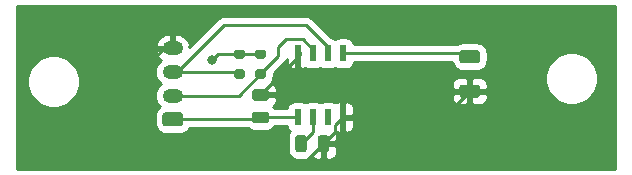
<source format=gbr>
%TF.GenerationSoftware,KiCad,Pcbnew,(5.1.9-0-10_14)*%
%TF.CreationDate,2021-07-31T12:38:44+08:00*%
%TF.ProjectId,Encoder,456e636f-6465-4722-9e6b-696361645f70,rev?*%
%TF.SameCoordinates,Original*%
%TF.FileFunction,Copper,L1,Top*%
%TF.FilePolarity,Positive*%
%FSLAX46Y46*%
G04 Gerber Fmt 4.6, Leading zero omitted, Abs format (unit mm)*
G04 Created by KiCad (PCBNEW (5.1.9-0-10_14)) date 2021-07-31 12:38:44*
%MOMM*%
%LPD*%
G01*
G04 APERTURE LIST*
%TA.AperFunction,SMDPad,CuDef*%
%ADD10R,0.600000X1.400000*%
%TD*%
%TA.AperFunction,ComponentPad*%
%ADD11O,1.750000X1.200000*%
%TD*%
%TA.AperFunction,ViaPad*%
%ADD12C,0.800000*%
%TD*%
%TA.AperFunction,Conductor*%
%ADD13C,0.250000*%
%TD*%
%TA.AperFunction,Conductor*%
%ADD14C,0.254000*%
%TD*%
%TA.AperFunction,Conductor*%
%ADD15C,0.100000*%
%TD*%
G04 APERTURE END LIST*
%TO.P,R3,2*%
%TO.N,SDA*%
%TA.AperFunction,SMDPad,CuDef*%
G36*
G01*
X133583000Y-107676000D02*
X134133000Y-107676000D01*
G75*
G02*
X134333000Y-107876000I0J-200000D01*
G01*
X134333000Y-108276000D01*
G75*
G02*
X134133000Y-108476000I-200000J0D01*
G01*
X133583000Y-108476000D01*
G75*
G02*
X133383000Y-108276000I0J200000D01*
G01*
X133383000Y-107876000D01*
G75*
G02*
X133583000Y-107676000I200000J0D01*
G01*
G37*
%TD.AperFunction*%
%TO.P,R3,1*%
%TO.N,+5V*%
%TA.AperFunction,SMDPad,CuDef*%
G36*
G01*
X133583000Y-106026000D02*
X134133000Y-106026000D01*
G75*
G02*
X134333000Y-106226000I0J-200000D01*
G01*
X134333000Y-106626000D01*
G75*
G02*
X134133000Y-106826000I-200000J0D01*
G01*
X133583000Y-106826000D01*
G75*
G02*
X133383000Y-106626000I0J200000D01*
G01*
X133383000Y-106226000D01*
G75*
G02*
X133583000Y-106026000I200000J0D01*
G01*
G37*
%TD.AperFunction*%
%TD*%
%TO.P,R2,2*%
%TO.N,SCL*%
%TA.AperFunction,SMDPad,CuDef*%
G36*
G01*
X135361000Y-107677000D02*
X135911000Y-107677000D01*
G75*
G02*
X136111000Y-107877000I0J-200000D01*
G01*
X136111000Y-108277000D01*
G75*
G02*
X135911000Y-108477000I-200000J0D01*
G01*
X135361000Y-108477000D01*
G75*
G02*
X135161000Y-108277000I0J200000D01*
G01*
X135161000Y-107877000D01*
G75*
G02*
X135361000Y-107677000I200000J0D01*
G01*
G37*
%TD.AperFunction*%
%TO.P,R2,1*%
%TO.N,+5V*%
%TA.AperFunction,SMDPad,CuDef*%
G36*
G01*
X135361000Y-106027000D02*
X135911000Y-106027000D01*
G75*
G02*
X136111000Y-106227000I0J-200000D01*
G01*
X136111000Y-106627000D01*
G75*
G02*
X135911000Y-106827000I-200000J0D01*
G01*
X135361000Y-106827000D01*
G75*
G02*
X135161000Y-106627000I0J200000D01*
G01*
X135161000Y-106227000D01*
G75*
G02*
X135361000Y-106027000I200000J0D01*
G01*
G37*
%TD.AperFunction*%
%TD*%
%TO.P,C2,2*%
%TO.N,GND*%
%TA.AperFunction,SMDPad,CuDef*%
G36*
G01*
X140467500Y-114457500D02*
X140467500Y-113507500D01*
G75*
G02*
X140717500Y-113257500I250000J0D01*
G01*
X141217500Y-113257500D01*
G75*
G02*
X141467500Y-113507500I0J-250000D01*
G01*
X141467500Y-114457500D01*
G75*
G02*
X141217500Y-114707500I-250000J0D01*
G01*
X140717500Y-114707500D01*
G75*
G02*
X140467500Y-114457500I0J250000D01*
G01*
G37*
%TD.AperFunction*%
%TO.P,C2,1*%
%TO.N,Net-(C2-Pad1)*%
%TA.AperFunction,SMDPad,CuDef*%
G36*
G01*
X138567500Y-114457500D02*
X138567500Y-113507500D01*
G75*
G02*
X138817500Y-113257500I250000J0D01*
G01*
X139317500Y-113257500D01*
G75*
G02*
X139567500Y-113507500I0J-250000D01*
G01*
X139567500Y-114457500D01*
G75*
G02*
X139317500Y-114707500I-250000J0D01*
G01*
X138817500Y-114707500D01*
G75*
G02*
X138567500Y-114457500I0J250000D01*
G01*
G37*
%TD.AperFunction*%
%TD*%
D10*
%TO.P,U1,8*%
%TO.N,GND*%
X138811000Y-106329500D03*
%TO.P,U1,7*%
%TO.N,SCL*%
X140081000Y-106329500D03*
%TO.P,U1,6*%
%TO.N,SDA*%
X141351000Y-106329500D03*
%TO.P,U1,5*%
%TO.N,Net-(R1-Pad1)*%
X142621000Y-106329500D03*
%TO.P,U1,4*%
%TO.N,GND*%
X142621000Y-111729500D03*
%TO.P,U1,3*%
%TO.N,N/C*%
X141351000Y-111729500D03*
%TO.P,U1,2*%
%TO.N,Net-(C2-Pad1)*%
X140081000Y-111729500D03*
%TO.P,U1,1*%
%TO.N,+5V*%
X138811000Y-111729500D03*
%TD*%
%TO.P,R1,2*%
%TO.N,GND*%
%TA.AperFunction,SMDPad,CuDef*%
G36*
G01*
X152727498Y-108979000D02*
X153977502Y-108979000D01*
G75*
G02*
X154227500Y-109228998I0J-249998D01*
G01*
X154227500Y-109854002D01*
G75*
G02*
X153977502Y-110104000I-249998J0D01*
G01*
X152727498Y-110104000D01*
G75*
G02*
X152477500Y-109854002I0J249998D01*
G01*
X152477500Y-109228998D01*
G75*
G02*
X152727498Y-108979000I249998J0D01*
G01*
G37*
%TD.AperFunction*%
%TO.P,R1,1*%
%TO.N,Net-(R1-Pad1)*%
%TA.AperFunction,SMDPad,CuDef*%
G36*
G01*
X152727498Y-106054000D02*
X153977502Y-106054000D01*
G75*
G02*
X154227500Y-106303998I0J-249998D01*
G01*
X154227500Y-106929002D01*
G75*
G02*
X153977502Y-107179000I-249998J0D01*
G01*
X152727498Y-107179000D01*
G75*
G02*
X152477500Y-106929002I0J249998D01*
G01*
X152477500Y-106303998D01*
G75*
G02*
X152727498Y-106054000I249998J0D01*
G01*
G37*
%TD.AperFunction*%
%TD*%
D11*
%TO.P,J1,4*%
%TO.N,GND*%
X128206500Y-105918000D03*
%TO.P,J1,3*%
%TO.N,SDA*%
X128206500Y-107918000D03*
%TO.P,J1,2*%
%TO.N,SCL*%
X128206500Y-109918000D03*
%TO.P,J1,1*%
%TO.N,+5V*%
%TA.AperFunction,ComponentPad*%
G36*
G01*
X128831501Y-112518000D02*
X127581499Y-112518000D01*
G75*
G02*
X127331500Y-112268001I0J249999D01*
G01*
X127331500Y-111567999D01*
G75*
G02*
X127581499Y-111318000I249999J0D01*
G01*
X128831501Y-111318000D01*
G75*
G02*
X129081500Y-111567999I0J-249999D01*
G01*
X129081500Y-112268001D01*
G75*
G02*
X128831501Y-112518000I-249999J0D01*
G01*
G37*
%TD.AperFunction*%
%TD*%
%TO.P,C1,2*%
%TO.N,GND*%
%TA.AperFunction,SMDPad,CuDef*%
G36*
G01*
X136111000Y-110360000D02*
X135161000Y-110360000D01*
G75*
G02*
X134911000Y-110110000I0J250000D01*
G01*
X134911000Y-109610000D01*
G75*
G02*
X135161000Y-109360000I250000J0D01*
G01*
X136111000Y-109360000D01*
G75*
G02*
X136361000Y-109610000I0J-250000D01*
G01*
X136361000Y-110110000D01*
G75*
G02*
X136111000Y-110360000I-250000J0D01*
G01*
G37*
%TD.AperFunction*%
%TO.P,C1,1*%
%TO.N,+5V*%
%TA.AperFunction,SMDPad,CuDef*%
G36*
G01*
X136111000Y-112260000D02*
X135161000Y-112260000D01*
G75*
G02*
X134911000Y-112010000I0J250000D01*
G01*
X134911000Y-111510000D01*
G75*
G02*
X135161000Y-111260000I250000J0D01*
G01*
X136111000Y-111260000D01*
G75*
G02*
X136361000Y-111510000I0J-250000D01*
G01*
X136361000Y-112010000D01*
G75*
G02*
X136111000Y-112260000I-250000J0D01*
G01*
G37*
%TD.AperFunction*%
%TD*%
D12*
%TO.N,+5V*%
X131572000Y-106934000D03*
%TD*%
D13*
%TO.N,GND*%
X140967500Y-113982500D02*
X141986000Y-112964000D01*
X128206500Y-105918000D02*
X127508000Y-105918000D01*
X127508000Y-105918000D02*
X125857000Y-107569000D01*
X125857000Y-107569000D02*
X125857000Y-113157000D01*
X125857000Y-113157000D02*
X128524000Y-115824000D01*
X139126000Y-115824000D02*
X140967500Y-113982500D01*
X128524000Y-115824000D02*
X139126000Y-115824000D01*
X138811000Y-106685000D02*
X138811000Y-106329500D01*
X135636000Y-109860000D02*
X138811000Y-106685000D01*
X141986000Y-112364500D02*
X142621000Y-111729500D01*
X141986000Y-112964000D02*
X141986000Y-112364500D01*
X151164500Y-111729500D02*
X151195500Y-111698500D01*
X142621000Y-111729500D02*
X151164500Y-111729500D01*
X151195500Y-111698500D02*
X153352500Y-109541500D01*
%TO.N,+5V*%
X135636000Y-106427000D02*
X135636000Y-106172000D01*
X135635000Y-106426000D02*
X135636000Y-106427000D01*
X133858000Y-106426000D02*
X135635000Y-106426000D01*
X135478000Y-111918000D02*
X135636000Y-111760000D01*
X128206500Y-111918000D02*
X135478000Y-111918000D01*
X138145500Y-111760000D02*
X138176000Y-111729500D01*
X135636000Y-111760000D02*
X138145500Y-111760000D01*
X132080000Y-106426000D02*
X131572000Y-106934000D01*
X133858000Y-106426000D02*
X132080000Y-106426000D01*
X138780500Y-111760000D02*
X138811000Y-111729500D01*
X138145500Y-111760000D02*
X138780500Y-111760000D01*
%TO.N,SDA*%
X128206500Y-107918000D02*
X128556000Y-107918000D01*
X128556000Y-107918000D02*
X132524500Y-103949500D01*
X132524500Y-103949500D02*
X139509500Y-103949500D01*
X133700000Y-107918000D02*
X133858000Y-108076000D01*
X128206500Y-107918000D02*
X133700000Y-107918000D01*
X141351000Y-105791000D02*
X141351000Y-106329500D01*
X139509500Y-103949500D02*
X141351000Y-105791000D01*
%TO.N,SCL*%
X128206500Y-109918000D02*
X128207000Y-109918000D01*
X133795000Y-109918000D02*
X135636000Y-108077000D01*
X128206500Y-109918000D02*
X133795000Y-109918000D01*
X137764498Y-105156000D02*
X139222500Y-105156000D01*
X137160000Y-105760498D02*
X137764498Y-105156000D01*
X137160000Y-106553000D02*
X137160000Y-105760498D01*
X135636000Y-108077000D02*
X137160000Y-106553000D01*
X140081000Y-106014500D02*
X140081000Y-106329500D01*
X139222500Y-105156000D02*
X140081000Y-106014500D01*
%TO.N,Net-(R1-Pad1)*%
X153065500Y-106329500D02*
X153352500Y-106616500D01*
X142621000Y-106329500D02*
X153065500Y-106329500D01*
%TO.N,Net-(C2-Pad1)*%
X140081000Y-112969000D02*
X140081000Y-111729500D01*
X139067500Y-113982500D02*
X140081000Y-112969000D01*
%TD*%
D14*
%TO.N,GND*%
X165685001Y-116155000D02*
X114985000Y-116155000D01*
X114985000Y-108491872D01*
X115875000Y-108491872D01*
X115875000Y-108932128D01*
X115960890Y-109363925D01*
X116129369Y-109770669D01*
X116373962Y-110136729D01*
X116685271Y-110448038D01*
X117051331Y-110692631D01*
X117458075Y-110861110D01*
X117889872Y-110947000D01*
X118330128Y-110947000D01*
X118761925Y-110861110D01*
X119168669Y-110692631D01*
X119534729Y-110448038D01*
X119846038Y-110136729D01*
X120090631Y-109770669D01*
X120259110Y-109363925D01*
X120345000Y-108932128D01*
X120345000Y-108491872D01*
X120259110Y-108060075D01*
X120200261Y-107918000D01*
X126690525Y-107918000D01*
X126714370Y-108160102D01*
X126784989Y-108392901D01*
X126899667Y-108607449D01*
X127053998Y-108795502D01*
X127203262Y-108918000D01*
X127053998Y-109040498D01*
X126899667Y-109228551D01*
X126784989Y-109443099D01*
X126714370Y-109675898D01*
X126690525Y-109918000D01*
X126714370Y-110160102D01*
X126784989Y-110392901D01*
X126899667Y-110607449D01*
X127053998Y-110795502D01*
X127092611Y-110827191D01*
X127088113Y-110829595D01*
X126953538Y-110940038D01*
X126843095Y-111074613D01*
X126761028Y-111228149D01*
X126710492Y-111394745D01*
X126693428Y-111567999D01*
X126693428Y-112268001D01*
X126710492Y-112441255D01*
X126761028Y-112607851D01*
X126843095Y-112761387D01*
X126953538Y-112895962D01*
X127088113Y-113006405D01*
X127241649Y-113088472D01*
X127408245Y-113139008D01*
X127581499Y-113156072D01*
X128831501Y-113156072D01*
X129004755Y-113139008D01*
X129171351Y-113088472D01*
X129324887Y-113006405D01*
X129459462Y-112895962D01*
X129569905Y-112761387D01*
X129614476Y-112678000D01*
X134581825Y-112678000D01*
X134667614Y-112748405D01*
X134821150Y-112830472D01*
X134987746Y-112881008D01*
X135161000Y-112898072D01*
X136111000Y-112898072D01*
X136284254Y-112881008D01*
X136450850Y-112830472D01*
X136604386Y-112748405D01*
X136738962Y-112637962D01*
X136835770Y-112520000D01*
X137881841Y-112520000D01*
X137885188Y-112553982D01*
X137921498Y-112673680D01*
X137980463Y-112783994D01*
X138059815Y-112880685D01*
X138136768Y-112943839D01*
X138079095Y-113014114D01*
X137997028Y-113167650D01*
X137946492Y-113334246D01*
X137929428Y-113507500D01*
X137929428Y-114457500D01*
X137946492Y-114630754D01*
X137997028Y-114797350D01*
X138079095Y-114950886D01*
X138189538Y-115085462D01*
X138324114Y-115195905D01*
X138477650Y-115277972D01*
X138644246Y-115328508D01*
X138817500Y-115345572D01*
X139317500Y-115345572D01*
X139490754Y-115328508D01*
X139657350Y-115277972D01*
X139810886Y-115195905D01*
X139945462Y-115085462D01*
X139950842Y-115078906D01*
X140016315Y-115158685D01*
X140113006Y-115238037D01*
X140223320Y-115297002D01*
X140343018Y-115333312D01*
X140467500Y-115345572D01*
X140681750Y-115342500D01*
X140840500Y-115183750D01*
X140840500Y-114109500D01*
X141094500Y-114109500D01*
X141094500Y-115183750D01*
X141253250Y-115342500D01*
X141467500Y-115345572D01*
X141591982Y-115333312D01*
X141711680Y-115297002D01*
X141821994Y-115238037D01*
X141918685Y-115158685D01*
X141998037Y-115061994D01*
X142057002Y-114951680D01*
X142093312Y-114831982D01*
X142105572Y-114707500D01*
X142102500Y-114268250D01*
X141943750Y-114109500D01*
X141094500Y-114109500D01*
X140840500Y-114109500D01*
X140820500Y-114109500D01*
X140820500Y-113855500D01*
X140840500Y-113855500D01*
X140840500Y-113835500D01*
X141094500Y-113835500D01*
X141094500Y-113855500D01*
X141943750Y-113855500D01*
X142102500Y-113696750D01*
X142105572Y-113257500D01*
X142093312Y-113133018D01*
X142057002Y-113013320D01*
X142053327Y-113006444D01*
X142076820Y-113019002D01*
X142196518Y-113055312D01*
X142321000Y-113067572D01*
X142335250Y-113064500D01*
X142494000Y-112905750D01*
X142494000Y-111856500D01*
X142748000Y-111856500D01*
X142748000Y-112905750D01*
X142906750Y-113064500D01*
X142921000Y-113067572D01*
X143045482Y-113055312D01*
X143165180Y-113019002D01*
X143275494Y-112960037D01*
X143372185Y-112880685D01*
X143451537Y-112783994D01*
X143510502Y-112673680D01*
X143546812Y-112553982D01*
X143559072Y-112429500D01*
X143556000Y-112015250D01*
X143397250Y-111856500D01*
X142748000Y-111856500D01*
X142494000Y-111856500D01*
X142474000Y-111856500D01*
X142474000Y-111602500D01*
X142494000Y-111602500D01*
X142494000Y-110553250D01*
X142748000Y-110553250D01*
X142748000Y-111602500D01*
X143397250Y-111602500D01*
X143556000Y-111443750D01*
X143559072Y-111029500D01*
X143546812Y-110905018D01*
X143510502Y-110785320D01*
X143451537Y-110675006D01*
X143372185Y-110578315D01*
X143275494Y-110498963D01*
X143165180Y-110439998D01*
X143045482Y-110403688D01*
X142921000Y-110391428D01*
X142906750Y-110394500D01*
X142748000Y-110553250D01*
X142494000Y-110553250D01*
X142335250Y-110394500D01*
X142321000Y-110391428D01*
X142196518Y-110403688D01*
X142076820Y-110439998D01*
X141986000Y-110488543D01*
X141895180Y-110439998D01*
X141775482Y-110403688D01*
X141651000Y-110391428D01*
X141051000Y-110391428D01*
X140926518Y-110403688D01*
X140806820Y-110439998D01*
X140716000Y-110488543D01*
X140625180Y-110439998D01*
X140505482Y-110403688D01*
X140381000Y-110391428D01*
X139781000Y-110391428D01*
X139656518Y-110403688D01*
X139536820Y-110439998D01*
X139446000Y-110488543D01*
X139355180Y-110439998D01*
X139235482Y-110403688D01*
X139111000Y-110391428D01*
X138511000Y-110391428D01*
X138386518Y-110403688D01*
X138266820Y-110439998D01*
X138156506Y-110498963D01*
X138059815Y-110578315D01*
X137980463Y-110675006D01*
X137921498Y-110785320D01*
X137885188Y-110905018D01*
X137875833Y-111000000D01*
X136835770Y-111000000D01*
X136738962Y-110882038D01*
X136732406Y-110876658D01*
X136812185Y-110811185D01*
X136891537Y-110714494D01*
X136950502Y-110604180D01*
X136986812Y-110484482D01*
X136999072Y-110360000D01*
X136996000Y-110145750D01*
X136954250Y-110104000D01*
X151839428Y-110104000D01*
X151851688Y-110228482D01*
X151887998Y-110348180D01*
X151946963Y-110458494D01*
X152026315Y-110555185D01*
X152123006Y-110634537D01*
X152233320Y-110693502D01*
X152353018Y-110729812D01*
X152477500Y-110742072D01*
X153066750Y-110739000D01*
X153225500Y-110580250D01*
X153225500Y-109668500D01*
X153479500Y-109668500D01*
X153479500Y-110580250D01*
X153638250Y-110739000D01*
X154227500Y-110742072D01*
X154351982Y-110729812D01*
X154471680Y-110693502D01*
X154581994Y-110634537D01*
X154678685Y-110555185D01*
X154758037Y-110458494D01*
X154817002Y-110348180D01*
X154853312Y-110228482D01*
X154865572Y-110104000D01*
X154862500Y-109827250D01*
X154703750Y-109668500D01*
X153479500Y-109668500D01*
X153225500Y-109668500D01*
X152001250Y-109668500D01*
X151842500Y-109827250D01*
X151839428Y-110104000D01*
X136954250Y-110104000D01*
X136837250Y-109987000D01*
X135763000Y-109987000D01*
X135763000Y-110007000D01*
X135509000Y-110007000D01*
X135509000Y-109987000D01*
X135489000Y-109987000D01*
X135489000Y-109733000D01*
X135509000Y-109733000D01*
X135509000Y-109713000D01*
X135763000Y-109713000D01*
X135763000Y-109733000D01*
X136837250Y-109733000D01*
X136996000Y-109574250D01*
X136999072Y-109360000D01*
X136986812Y-109235518D01*
X136950502Y-109115820D01*
X136891537Y-109005506D01*
X136869785Y-108979000D01*
X151839428Y-108979000D01*
X151842500Y-109255750D01*
X152001250Y-109414500D01*
X153225500Y-109414500D01*
X153225500Y-108502750D01*
X153479500Y-108502750D01*
X153479500Y-109414500D01*
X154703750Y-109414500D01*
X154862500Y-109255750D01*
X154865572Y-108979000D01*
X154853312Y-108854518D01*
X154817002Y-108734820D01*
X154758037Y-108624506D01*
X154678685Y-108527815D01*
X154581994Y-108448463D01*
X154471680Y-108389498D01*
X154351982Y-108353188D01*
X154227500Y-108340928D01*
X153638250Y-108344000D01*
X153479500Y-108502750D01*
X153225500Y-108502750D01*
X153066750Y-108344000D01*
X152477500Y-108340928D01*
X152353018Y-108353188D01*
X152233320Y-108389498D01*
X152123006Y-108448463D01*
X152026315Y-108527815D01*
X151946963Y-108624506D01*
X151887998Y-108734820D01*
X151851688Y-108854518D01*
X151839428Y-108979000D01*
X136869785Y-108979000D01*
X136812185Y-108908815D01*
X136715494Y-108829463D01*
X136605180Y-108770498D01*
X136588976Y-108765583D01*
X136607831Y-108742608D01*
X136685278Y-108597716D01*
X136732969Y-108440500D01*
X136749072Y-108277000D01*
X136749072Y-108237872D01*
X159753500Y-108237872D01*
X159753500Y-108678128D01*
X159839390Y-109109925D01*
X160007869Y-109516669D01*
X160252462Y-109882729D01*
X160563771Y-110194038D01*
X160929831Y-110438631D01*
X161336575Y-110607110D01*
X161768372Y-110693000D01*
X162208628Y-110693000D01*
X162640425Y-110607110D01*
X163047169Y-110438631D01*
X163413229Y-110194038D01*
X163724538Y-109882729D01*
X163969131Y-109516669D01*
X164137610Y-109109925D01*
X164223500Y-108678128D01*
X164223500Y-108237872D01*
X164137610Y-107806075D01*
X163969131Y-107399331D01*
X163724538Y-107033271D01*
X163413229Y-106721962D01*
X163047169Y-106477369D01*
X162640425Y-106308890D01*
X162208628Y-106223000D01*
X161768372Y-106223000D01*
X161336575Y-106308890D01*
X160929831Y-106477369D01*
X160563771Y-106721962D01*
X160252462Y-107033271D01*
X160007869Y-107399331D01*
X159839390Y-107806075D01*
X159753500Y-108237872D01*
X136749072Y-108237872D01*
X136749072Y-108038730D01*
X137671009Y-107116794D01*
X137700001Y-107093001D01*
X137723795Y-107064008D01*
X137723799Y-107064004D01*
X137794973Y-106977277D01*
X137794974Y-106977276D01*
X137865546Y-106845247D01*
X137874514Y-106815684D01*
X137872928Y-107029500D01*
X137885188Y-107153982D01*
X137921498Y-107273680D01*
X137980463Y-107383994D01*
X138059815Y-107480685D01*
X138156506Y-107560037D01*
X138266820Y-107619002D01*
X138386518Y-107655312D01*
X138511000Y-107667572D01*
X138525250Y-107664500D01*
X138684000Y-107505750D01*
X138684000Y-106456500D01*
X138664000Y-106456500D01*
X138664000Y-106202500D01*
X138684000Y-106202500D01*
X138684000Y-106182500D01*
X138938000Y-106182500D01*
X138938000Y-106202500D01*
X138958000Y-106202500D01*
X138958000Y-106456500D01*
X138938000Y-106456500D01*
X138938000Y-107505750D01*
X139096750Y-107664500D01*
X139111000Y-107667572D01*
X139235482Y-107655312D01*
X139355180Y-107619002D01*
X139446000Y-107570457D01*
X139536820Y-107619002D01*
X139656518Y-107655312D01*
X139781000Y-107667572D01*
X140381000Y-107667572D01*
X140505482Y-107655312D01*
X140625180Y-107619002D01*
X140716000Y-107570457D01*
X140806820Y-107619002D01*
X140926518Y-107655312D01*
X141051000Y-107667572D01*
X141651000Y-107667572D01*
X141775482Y-107655312D01*
X141895180Y-107619002D01*
X141986000Y-107570457D01*
X142076820Y-107619002D01*
X142196518Y-107655312D01*
X142321000Y-107667572D01*
X142921000Y-107667572D01*
X143045482Y-107655312D01*
X143165180Y-107619002D01*
X143275494Y-107560037D01*
X143372185Y-107480685D01*
X143451537Y-107383994D01*
X143510502Y-107273680D01*
X143546812Y-107153982D01*
X143553163Y-107089500D01*
X151855236Y-107089500D01*
X151856492Y-107102256D01*
X151907028Y-107268852D01*
X151989095Y-107422387D01*
X152099538Y-107556962D01*
X152234113Y-107667405D01*
X152387648Y-107749472D01*
X152554244Y-107800008D01*
X152727498Y-107817072D01*
X153977502Y-107817072D01*
X154150756Y-107800008D01*
X154317352Y-107749472D01*
X154470887Y-107667405D01*
X154605462Y-107556962D01*
X154715905Y-107422387D01*
X154797972Y-107268852D01*
X154848508Y-107102256D01*
X154865572Y-106929002D01*
X154865572Y-106303998D01*
X154848508Y-106130744D01*
X154797972Y-105964148D01*
X154715905Y-105810613D01*
X154605462Y-105676038D01*
X154470887Y-105565595D01*
X154317352Y-105483528D01*
X154150756Y-105432992D01*
X153977502Y-105415928D01*
X152727498Y-105415928D01*
X152554244Y-105432992D01*
X152387648Y-105483528D01*
X152234113Y-105565595D01*
X152229355Y-105569500D01*
X143553163Y-105569500D01*
X143546812Y-105505018D01*
X143510502Y-105385320D01*
X143451537Y-105275006D01*
X143372185Y-105178315D01*
X143275494Y-105098963D01*
X143165180Y-105039998D01*
X143045482Y-105003688D01*
X142921000Y-104991428D01*
X142321000Y-104991428D01*
X142196518Y-105003688D01*
X142076820Y-105039998D01*
X141986000Y-105088543D01*
X141895180Y-105039998D01*
X141775482Y-105003688D01*
X141651000Y-104991428D01*
X141626230Y-104991428D01*
X140073304Y-103438503D01*
X140049501Y-103409499D01*
X139933776Y-103314526D01*
X139801747Y-103243954D01*
X139658486Y-103200497D01*
X139546833Y-103189500D01*
X139546822Y-103189500D01*
X139509500Y-103185824D01*
X139472178Y-103189500D01*
X132561833Y-103189500D01*
X132524500Y-103185823D01*
X132487167Y-103189500D01*
X132375514Y-103200497D01*
X132232253Y-103243954D01*
X132100224Y-103314526D01*
X131984499Y-103409499D01*
X131960701Y-103438497D01*
X129608201Y-105790998D01*
X129550232Y-105790998D01*
X129674962Y-105600391D01*
X129671091Y-105562718D01*
X129578921Y-105337467D01*
X129444578Y-105134526D01*
X129273225Y-104961693D01*
X129071446Y-104825610D01*
X128846996Y-104731507D01*
X128608500Y-104683000D01*
X128333500Y-104683000D01*
X128333500Y-105791000D01*
X128353500Y-105791000D01*
X128353500Y-106045000D01*
X128333500Y-106045000D01*
X128333500Y-106065000D01*
X128079500Y-106065000D01*
X128079500Y-106045000D01*
X126862769Y-106045000D01*
X126738038Y-106235609D01*
X126741909Y-106273282D01*
X126834079Y-106498533D01*
X126968422Y-106701474D01*
X127139775Y-106874307D01*
X127203848Y-106917519D01*
X127053998Y-107040498D01*
X126899667Y-107228551D01*
X126784989Y-107443099D01*
X126714370Y-107675898D01*
X126690525Y-107918000D01*
X120200261Y-107918000D01*
X120090631Y-107653331D01*
X119846038Y-107287271D01*
X119534729Y-106975962D01*
X119168669Y-106731369D01*
X118761925Y-106562890D01*
X118330128Y-106477000D01*
X117889872Y-106477000D01*
X117458075Y-106562890D01*
X117051331Y-106731369D01*
X116685271Y-106975962D01*
X116373962Y-107287271D01*
X116129369Y-107653331D01*
X115960890Y-108060075D01*
X115875000Y-108491872D01*
X114985000Y-108491872D01*
X114985000Y-105600391D01*
X126738038Y-105600391D01*
X126862769Y-105791000D01*
X128079500Y-105791000D01*
X128079500Y-104683000D01*
X127804500Y-104683000D01*
X127566004Y-104731507D01*
X127341554Y-104825610D01*
X127139775Y-104961693D01*
X126968422Y-105134526D01*
X126834079Y-105337467D01*
X126741909Y-105562718D01*
X126738038Y-105600391D01*
X114985000Y-105600391D01*
X114985000Y-102285000D01*
X165685000Y-102285000D01*
X165685001Y-116155000D01*
%TA.AperFunction,Conductor*%
D15*
G36*
X165685001Y-116155000D02*
G01*
X114985000Y-116155000D01*
X114985000Y-108491872D01*
X115875000Y-108491872D01*
X115875000Y-108932128D01*
X115960890Y-109363925D01*
X116129369Y-109770669D01*
X116373962Y-110136729D01*
X116685271Y-110448038D01*
X117051331Y-110692631D01*
X117458075Y-110861110D01*
X117889872Y-110947000D01*
X118330128Y-110947000D01*
X118761925Y-110861110D01*
X119168669Y-110692631D01*
X119534729Y-110448038D01*
X119846038Y-110136729D01*
X120090631Y-109770669D01*
X120259110Y-109363925D01*
X120345000Y-108932128D01*
X120345000Y-108491872D01*
X120259110Y-108060075D01*
X120200261Y-107918000D01*
X126690525Y-107918000D01*
X126714370Y-108160102D01*
X126784989Y-108392901D01*
X126899667Y-108607449D01*
X127053998Y-108795502D01*
X127203262Y-108918000D01*
X127053998Y-109040498D01*
X126899667Y-109228551D01*
X126784989Y-109443099D01*
X126714370Y-109675898D01*
X126690525Y-109918000D01*
X126714370Y-110160102D01*
X126784989Y-110392901D01*
X126899667Y-110607449D01*
X127053998Y-110795502D01*
X127092611Y-110827191D01*
X127088113Y-110829595D01*
X126953538Y-110940038D01*
X126843095Y-111074613D01*
X126761028Y-111228149D01*
X126710492Y-111394745D01*
X126693428Y-111567999D01*
X126693428Y-112268001D01*
X126710492Y-112441255D01*
X126761028Y-112607851D01*
X126843095Y-112761387D01*
X126953538Y-112895962D01*
X127088113Y-113006405D01*
X127241649Y-113088472D01*
X127408245Y-113139008D01*
X127581499Y-113156072D01*
X128831501Y-113156072D01*
X129004755Y-113139008D01*
X129171351Y-113088472D01*
X129324887Y-113006405D01*
X129459462Y-112895962D01*
X129569905Y-112761387D01*
X129614476Y-112678000D01*
X134581825Y-112678000D01*
X134667614Y-112748405D01*
X134821150Y-112830472D01*
X134987746Y-112881008D01*
X135161000Y-112898072D01*
X136111000Y-112898072D01*
X136284254Y-112881008D01*
X136450850Y-112830472D01*
X136604386Y-112748405D01*
X136738962Y-112637962D01*
X136835770Y-112520000D01*
X137881841Y-112520000D01*
X137885188Y-112553982D01*
X137921498Y-112673680D01*
X137980463Y-112783994D01*
X138059815Y-112880685D01*
X138136768Y-112943839D01*
X138079095Y-113014114D01*
X137997028Y-113167650D01*
X137946492Y-113334246D01*
X137929428Y-113507500D01*
X137929428Y-114457500D01*
X137946492Y-114630754D01*
X137997028Y-114797350D01*
X138079095Y-114950886D01*
X138189538Y-115085462D01*
X138324114Y-115195905D01*
X138477650Y-115277972D01*
X138644246Y-115328508D01*
X138817500Y-115345572D01*
X139317500Y-115345572D01*
X139490754Y-115328508D01*
X139657350Y-115277972D01*
X139810886Y-115195905D01*
X139945462Y-115085462D01*
X139950842Y-115078906D01*
X140016315Y-115158685D01*
X140113006Y-115238037D01*
X140223320Y-115297002D01*
X140343018Y-115333312D01*
X140467500Y-115345572D01*
X140681750Y-115342500D01*
X140840500Y-115183750D01*
X140840500Y-114109500D01*
X141094500Y-114109500D01*
X141094500Y-115183750D01*
X141253250Y-115342500D01*
X141467500Y-115345572D01*
X141591982Y-115333312D01*
X141711680Y-115297002D01*
X141821994Y-115238037D01*
X141918685Y-115158685D01*
X141998037Y-115061994D01*
X142057002Y-114951680D01*
X142093312Y-114831982D01*
X142105572Y-114707500D01*
X142102500Y-114268250D01*
X141943750Y-114109500D01*
X141094500Y-114109500D01*
X140840500Y-114109500D01*
X140820500Y-114109500D01*
X140820500Y-113855500D01*
X140840500Y-113855500D01*
X140840500Y-113835500D01*
X141094500Y-113835500D01*
X141094500Y-113855500D01*
X141943750Y-113855500D01*
X142102500Y-113696750D01*
X142105572Y-113257500D01*
X142093312Y-113133018D01*
X142057002Y-113013320D01*
X142053327Y-113006444D01*
X142076820Y-113019002D01*
X142196518Y-113055312D01*
X142321000Y-113067572D01*
X142335250Y-113064500D01*
X142494000Y-112905750D01*
X142494000Y-111856500D01*
X142748000Y-111856500D01*
X142748000Y-112905750D01*
X142906750Y-113064500D01*
X142921000Y-113067572D01*
X143045482Y-113055312D01*
X143165180Y-113019002D01*
X143275494Y-112960037D01*
X143372185Y-112880685D01*
X143451537Y-112783994D01*
X143510502Y-112673680D01*
X143546812Y-112553982D01*
X143559072Y-112429500D01*
X143556000Y-112015250D01*
X143397250Y-111856500D01*
X142748000Y-111856500D01*
X142494000Y-111856500D01*
X142474000Y-111856500D01*
X142474000Y-111602500D01*
X142494000Y-111602500D01*
X142494000Y-110553250D01*
X142748000Y-110553250D01*
X142748000Y-111602500D01*
X143397250Y-111602500D01*
X143556000Y-111443750D01*
X143559072Y-111029500D01*
X143546812Y-110905018D01*
X143510502Y-110785320D01*
X143451537Y-110675006D01*
X143372185Y-110578315D01*
X143275494Y-110498963D01*
X143165180Y-110439998D01*
X143045482Y-110403688D01*
X142921000Y-110391428D01*
X142906750Y-110394500D01*
X142748000Y-110553250D01*
X142494000Y-110553250D01*
X142335250Y-110394500D01*
X142321000Y-110391428D01*
X142196518Y-110403688D01*
X142076820Y-110439998D01*
X141986000Y-110488543D01*
X141895180Y-110439998D01*
X141775482Y-110403688D01*
X141651000Y-110391428D01*
X141051000Y-110391428D01*
X140926518Y-110403688D01*
X140806820Y-110439998D01*
X140716000Y-110488543D01*
X140625180Y-110439998D01*
X140505482Y-110403688D01*
X140381000Y-110391428D01*
X139781000Y-110391428D01*
X139656518Y-110403688D01*
X139536820Y-110439998D01*
X139446000Y-110488543D01*
X139355180Y-110439998D01*
X139235482Y-110403688D01*
X139111000Y-110391428D01*
X138511000Y-110391428D01*
X138386518Y-110403688D01*
X138266820Y-110439998D01*
X138156506Y-110498963D01*
X138059815Y-110578315D01*
X137980463Y-110675006D01*
X137921498Y-110785320D01*
X137885188Y-110905018D01*
X137875833Y-111000000D01*
X136835770Y-111000000D01*
X136738962Y-110882038D01*
X136732406Y-110876658D01*
X136812185Y-110811185D01*
X136891537Y-110714494D01*
X136950502Y-110604180D01*
X136986812Y-110484482D01*
X136999072Y-110360000D01*
X136996000Y-110145750D01*
X136954250Y-110104000D01*
X151839428Y-110104000D01*
X151851688Y-110228482D01*
X151887998Y-110348180D01*
X151946963Y-110458494D01*
X152026315Y-110555185D01*
X152123006Y-110634537D01*
X152233320Y-110693502D01*
X152353018Y-110729812D01*
X152477500Y-110742072D01*
X153066750Y-110739000D01*
X153225500Y-110580250D01*
X153225500Y-109668500D01*
X153479500Y-109668500D01*
X153479500Y-110580250D01*
X153638250Y-110739000D01*
X154227500Y-110742072D01*
X154351982Y-110729812D01*
X154471680Y-110693502D01*
X154581994Y-110634537D01*
X154678685Y-110555185D01*
X154758037Y-110458494D01*
X154817002Y-110348180D01*
X154853312Y-110228482D01*
X154865572Y-110104000D01*
X154862500Y-109827250D01*
X154703750Y-109668500D01*
X153479500Y-109668500D01*
X153225500Y-109668500D01*
X152001250Y-109668500D01*
X151842500Y-109827250D01*
X151839428Y-110104000D01*
X136954250Y-110104000D01*
X136837250Y-109987000D01*
X135763000Y-109987000D01*
X135763000Y-110007000D01*
X135509000Y-110007000D01*
X135509000Y-109987000D01*
X135489000Y-109987000D01*
X135489000Y-109733000D01*
X135509000Y-109733000D01*
X135509000Y-109713000D01*
X135763000Y-109713000D01*
X135763000Y-109733000D01*
X136837250Y-109733000D01*
X136996000Y-109574250D01*
X136999072Y-109360000D01*
X136986812Y-109235518D01*
X136950502Y-109115820D01*
X136891537Y-109005506D01*
X136869785Y-108979000D01*
X151839428Y-108979000D01*
X151842500Y-109255750D01*
X152001250Y-109414500D01*
X153225500Y-109414500D01*
X153225500Y-108502750D01*
X153479500Y-108502750D01*
X153479500Y-109414500D01*
X154703750Y-109414500D01*
X154862500Y-109255750D01*
X154865572Y-108979000D01*
X154853312Y-108854518D01*
X154817002Y-108734820D01*
X154758037Y-108624506D01*
X154678685Y-108527815D01*
X154581994Y-108448463D01*
X154471680Y-108389498D01*
X154351982Y-108353188D01*
X154227500Y-108340928D01*
X153638250Y-108344000D01*
X153479500Y-108502750D01*
X153225500Y-108502750D01*
X153066750Y-108344000D01*
X152477500Y-108340928D01*
X152353018Y-108353188D01*
X152233320Y-108389498D01*
X152123006Y-108448463D01*
X152026315Y-108527815D01*
X151946963Y-108624506D01*
X151887998Y-108734820D01*
X151851688Y-108854518D01*
X151839428Y-108979000D01*
X136869785Y-108979000D01*
X136812185Y-108908815D01*
X136715494Y-108829463D01*
X136605180Y-108770498D01*
X136588976Y-108765583D01*
X136607831Y-108742608D01*
X136685278Y-108597716D01*
X136732969Y-108440500D01*
X136749072Y-108277000D01*
X136749072Y-108237872D01*
X159753500Y-108237872D01*
X159753500Y-108678128D01*
X159839390Y-109109925D01*
X160007869Y-109516669D01*
X160252462Y-109882729D01*
X160563771Y-110194038D01*
X160929831Y-110438631D01*
X161336575Y-110607110D01*
X161768372Y-110693000D01*
X162208628Y-110693000D01*
X162640425Y-110607110D01*
X163047169Y-110438631D01*
X163413229Y-110194038D01*
X163724538Y-109882729D01*
X163969131Y-109516669D01*
X164137610Y-109109925D01*
X164223500Y-108678128D01*
X164223500Y-108237872D01*
X164137610Y-107806075D01*
X163969131Y-107399331D01*
X163724538Y-107033271D01*
X163413229Y-106721962D01*
X163047169Y-106477369D01*
X162640425Y-106308890D01*
X162208628Y-106223000D01*
X161768372Y-106223000D01*
X161336575Y-106308890D01*
X160929831Y-106477369D01*
X160563771Y-106721962D01*
X160252462Y-107033271D01*
X160007869Y-107399331D01*
X159839390Y-107806075D01*
X159753500Y-108237872D01*
X136749072Y-108237872D01*
X136749072Y-108038730D01*
X137671009Y-107116794D01*
X137700001Y-107093001D01*
X137723795Y-107064008D01*
X137723799Y-107064004D01*
X137794973Y-106977277D01*
X137794974Y-106977276D01*
X137865546Y-106845247D01*
X137874514Y-106815684D01*
X137872928Y-107029500D01*
X137885188Y-107153982D01*
X137921498Y-107273680D01*
X137980463Y-107383994D01*
X138059815Y-107480685D01*
X138156506Y-107560037D01*
X138266820Y-107619002D01*
X138386518Y-107655312D01*
X138511000Y-107667572D01*
X138525250Y-107664500D01*
X138684000Y-107505750D01*
X138684000Y-106456500D01*
X138664000Y-106456500D01*
X138664000Y-106202500D01*
X138684000Y-106202500D01*
X138684000Y-106182500D01*
X138938000Y-106182500D01*
X138938000Y-106202500D01*
X138958000Y-106202500D01*
X138958000Y-106456500D01*
X138938000Y-106456500D01*
X138938000Y-107505750D01*
X139096750Y-107664500D01*
X139111000Y-107667572D01*
X139235482Y-107655312D01*
X139355180Y-107619002D01*
X139446000Y-107570457D01*
X139536820Y-107619002D01*
X139656518Y-107655312D01*
X139781000Y-107667572D01*
X140381000Y-107667572D01*
X140505482Y-107655312D01*
X140625180Y-107619002D01*
X140716000Y-107570457D01*
X140806820Y-107619002D01*
X140926518Y-107655312D01*
X141051000Y-107667572D01*
X141651000Y-107667572D01*
X141775482Y-107655312D01*
X141895180Y-107619002D01*
X141986000Y-107570457D01*
X142076820Y-107619002D01*
X142196518Y-107655312D01*
X142321000Y-107667572D01*
X142921000Y-107667572D01*
X143045482Y-107655312D01*
X143165180Y-107619002D01*
X143275494Y-107560037D01*
X143372185Y-107480685D01*
X143451537Y-107383994D01*
X143510502Y-107273680D01*
X143546812Y-107153982D01*
X143553163Y-107089500D01*
X151855236Y-107089500D01*
X151856492Y-107102256D01*
X151907028Y-107268852D01*
X151989095Y-107422387D01*
X152099538Y-107556962D01*
X152234113Y-107667405D01*
X152387648Y-107749472D01*
X152554244Y-107800008D01*
X152727498Y-107817072D01*
X153977502Y-107817072D01*
X154150756Y-107800008D01*
X154317352Y-107749472D01*
X154470887Y-107667405D01*
X154605462Y-107556962D01*
X154715905Y-107422387D01*
X154797972Y-107268852D01*
X154848508Y-107102256D01*
X154865572Y-106929002D01*
X154865572Y-106303998D01*
X154848508Y-106130744D01*
X154797972Y-105964148D01*
X154715905Y-105810613D01*
X154605462Y-105676038D01*
X154470887Y-105565595D01*
X154317352Y-105483528D01*
X154150756Y-105432992D01*
X153977502Y-105415928D01*
X152727498Y-105415928D01*
X152554244Y-105432992D01*
X152387648Y-105483528D01*
X152234113Y-105565595D01*
X152229355Y-105569500D01*
X143553163Y-105569500D01*
X143546812Y-105505018D01*
X143510502Y-105385320D01*
X143451537Y-105275006D01*
X143372185Y-105178315D01*
X143275494Y-105098963D01*
X143165180Y-105039998D01*
X143045482Y-105003688D01*
X142921000Y-104991428D01*
X142321000Y-104991428D01*
X142196518Y-105003688D01*
X142076820Y-105039998D01*
X141986000Y-105088543D01*
X141895180Y-105039998D01*
X141775482Y-105003688D01*
X141651000Y-104991428D01*
X141626230Y-104991428D01*
X140073304Y-103438503D01*
X140049501Y-103409499D01*
X139933776Y-103314526D01*
X139801747Y-103243954D01*
X139658486Y-103200497D01*
X139546833Y-103189500D01*
X139546822Y-103189500D01*
X139509500Y-103185824D01*
X139472178Y-103189500D01*
X132561833Y-103189500D01*
X132524500Y-103185823D01*
X132487167Y-103189500D01*
X132375514Y-103200497D01*
X132232253Y-103243954D01*
X132100224Y-103314526D01*
X131984499Y-103409499D01*
X131960701Y-103438497D01*
X129608201Y-105790998D01*
X129550232Y-105790998D01*
X129674962Y-105600391D01*
X129671091Y-105562718D01*
X129578921Y-105337467D01*
X129444578Y-105134526D01*
X129273225Y-104961693D01*
X129071446Y-104825610D01*
X128846996Y-104731507D01*
X128608500Y-104683000D01*
X128333500Y-104683000D01*
X128333500Y-105791000D01*
X128353500Y-105791000D01*
X128353500Y-106045000D01*
X128333500Y-106045000D01*
X128333500Y-106065000D01*
X128079500Y-106065000D01*
X128079500Y-106045000D01*
X126862769Y-106045000D01*
X126738038Y-106235609D01*
X126741909Y-106273282D01*
X126834079Y-106498533D01*
X126968422Y-106701474D01*
X127139775Y-106874307D01*
X127203848Y-106917519D01*
X127053998Y-107040498D01*
X126899667Y-107228551D01*
X126784989Y-107443099D01*
X126714370Y-107675898D01*
X126690525Y-107918000D01*
X120200261Y-107918000D01*
X120090631Y-107653331D01*
X119846038Y-107287271D01*
X119534729Y-106975962D01*
X119168669Y-106731369D01*
X118761925Y-106562890D01*
X118330128Y-106477000D01*
X117889872Y-106477000D01*
X117458075Y-106562890D01*
X117051331Y-106731369D01*
X116685271Y-106975962D01*
X116373962Y-107287271D01*
X116129369Y-107653331D01*
X115960890Y-108060075D01*
X115875000Y-108491872D01*
X114985000Y-108491872D01*
X114985000Y-105600391D01*
X126738038Y-105600391D01*
X126862769Y-105791000D01*
X128079500Y-105791000D01*
X128079500Y-104683000D01*
X127804500Y-104683000D01*
X127566004Y-104731507D01*
X127341554Y-104825610D01*
X127139775Y-104961693D01*
X126968422Y-105134526D01*
X126834079Y-105337467D01*
X126741909Y-105562718D01*
X126738038Y-105600391D01*
X114985000Y-105600391D01*
X114985000Y-102285000D01*
X165685000Y-102285000D01*
X165685001Y-116155000D01*
G37*
%TD.AperFunction*%
%TD*%
M02*

</source>
